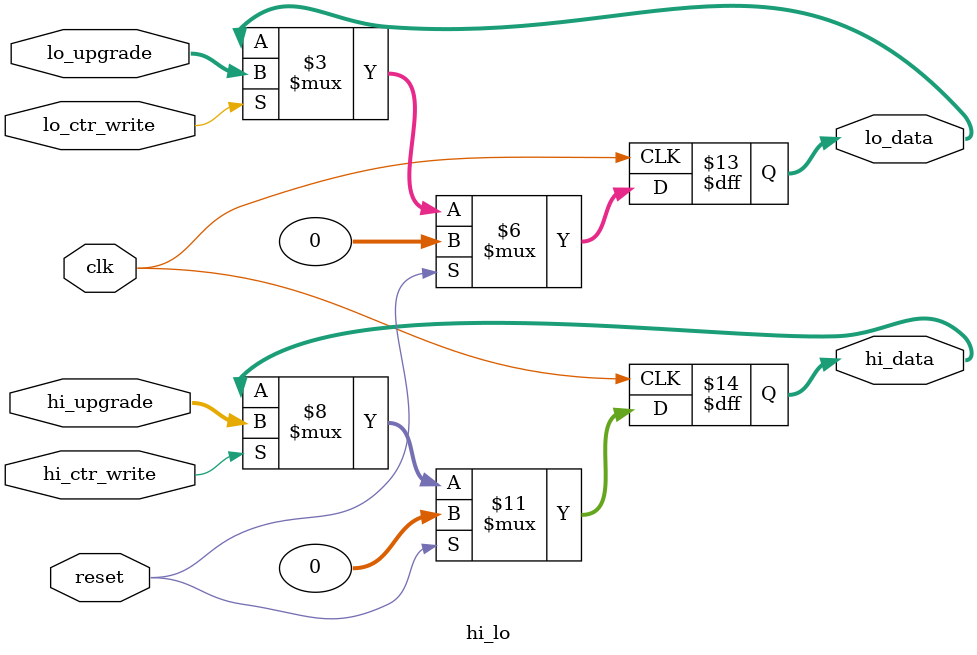
<source format=v>
module hi_lo(
    input clk,
    input reset,
    input [31:0] hi_upgrade,
    input [31:0] lo_upgrade,
    input hi_ctr_write,
    input lo_ctr_write,
    output reg [31:0] hi_data,
    output reg [31:0] lo_data
    );

    always@(posedge clk)
     if(reset)
      hi_data <= 32'b0;
     else if(hi_ctr_write)
      hi_data <= hi_upgrade;
    
    always@(posedge clk)
     if(reset)
      lo_data <= 32'b0;
     else if(lo_ctr_write)
      lo_data <= lo_upgrade;

endmodule

</source>
